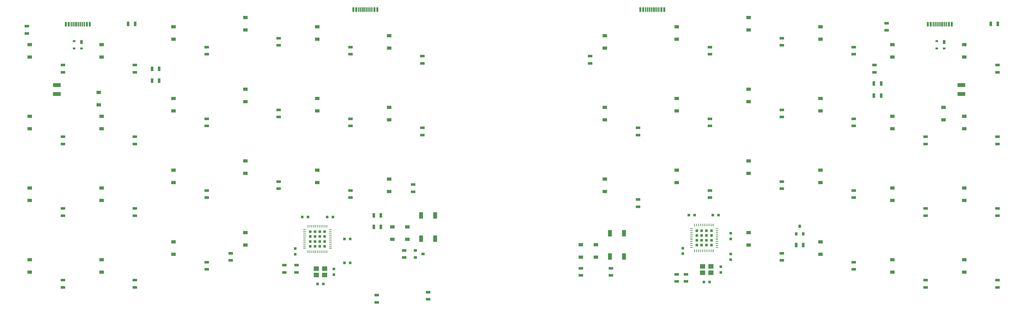
<source format=gbp>
G04 #@! TF.GenerationSoftware,KiCad,Pcbnew,(5.0.0)*
G04 #@! TF.CreationDate,2019-01-31T01:42:25-08:00*
G04 #@! TF.ProjectId,Orbit,4F726269742E6B696361645F70636200,rev?*
G04 #@! TF.SameCoordinates,Original*
G04 #@! TF.FileFunction,Paste,Bot*
G04 #@! TF.FilePolarity,Positive*
%FSLAX46Y46*%
G04 Gerber Fmt 4.6, Leading zero omitted, Abs format (unit mm)*
G04 Created by KiCad (PCBNEW (5.0.0)) date 01/31/19 01:42:25*
%MOMM*%
%LPD*%
G01*
G04 APERTURE LIST*
%ADD10R,0.700000X1.300000*%
%ADD11R,0.700000X1.000000*%
%ADD12R,0.700000X0.600000*%
%ADD13R,0.800000X0.750000*%
%ADD14R,0.750000X0.800000*%
%ADD15R,1.200000X0.900000*%
%ADD16R,2.030000X1.140000*%
%ADD17R,1.300000X0.700000*%
%ADD18R,1.100000X1.800000*%
%ADD19R,0.700000X0.250000*%
%ADD20R,0.250000X0.700000*%
%ADD21R,0.772500X0.772500*%
%ADD22R,1.400000X1.200000*%
%ADD23R,0.300000X1.150000*%
%ADD24R,0.600000X1.150000*%
%ADD25R,0.900000X0.800000*%
%ADD26R,0.800000X0.900000*%
G04 APERTURE END LIST*
D10*
G04 #@! TO.C,R9*
X121287500Y-101600000D03*
X123187500Y-101600000D03*
G04 #@! TD*
D11*
G04 #@! TO.C,U2*
X43862500Y-52431250D03*
D12*
X41862500Y-52231250D03*
X43862500Y-54131250D03*
X41862500Y-54131250D03*
G04 #@! TD*
D13*
G04 #@! TO.C,C1*
X107906250Y-116681250D03*
X106406250Y-116681250D03*
G04 #@! TD*
D14*
G04 #@! TO.C,C2*
X110744000Y-112756250D03*
X110744000Y-114256250D03*
G04 #@! TD*
D13*
G04 #@! TO.C,C3*
X115050000Y-104775000D03*
X113550000Y-104775000D03*
G04 #@! TD*
G04 #@! TO.C,C4*
X115050000Y-111125000D03*
X113550000Y-111125000D03*
G04 #@! TD*
D14*
G04 #@! TO.C,C5*
X100457000Y-108827000D03*
X100457000Y-107327000D03*
G04 #@! TD*
D13*
G04 #@! TO.C,C6*
X103874000Y-98933000D03*
X102374000Y-98933000D03*
G04 #@! TD*
G04 #@! TO.C,C7*
X108978000Y-98933000D03*
X110478000Y-98933000D03*
G04 #@! TD*
G04 #@! TO.C,C8*
X210300000Y-116205000D03*
X208800000Y-116205000D03*
G04 #@! TD*
D14*
G04 #@! TO.C,C9*
X213233000Y-112153000D03*
X213233000Y-113653000D03*
G04 #@! TD*
G04 #@! TO.C,C10*
X215900000Y-103275000D03*
X215900000Y-104775000D03*
G04 #@! TD*
D13*
G04 #@! TO.C,C11*
X206331250Y-98425000D03*
X204831250Y-98425000D03*
G04 #@! TD*
D14*
G04 #@! TO.C,C12*
X203200000Y-108700000D03*
X203200000Y-107200000D03*
G04 #@! TD*
G04 #@! TO.C,C13*
X215900000Y-110287500D03*
X215900000Y-108787500D03*
G04 #@! TD*
D13*
G04 #@! TO.C,C14*
X211181250Y-98425000D03*
X212681250Y-98425000D03*
G04 #@! TD*
D15*
G04 #@! TO.C,D9*
X30162500Y-56418750D03*
X30162500Y-53118750D03*
G04 #@! TD*
G04 #@! TO.C,D10*
X49212500Y-56418750D03*
X49212500Y-53118750D03*
G04 #@! TD*
G04 #@! TO.C,D11*
X68262500Y-51656250D03*
X68262500Y-48356250D03*
G04 #@! TD*
G04 #@! TO.C,D12*
X87312500Y-49275000D03*
X87312500Y-45975000D03*
G04 #@! TD*
G04 #@! TO.C,D13*
X106362500Y-51656250D03*
X106362500Y-48356250D03*
G04 #@! TD*
G04 #@! TO.C,D14*
X125412500Y-54037500D03*
X125412500Y-50737500D03*
G04 #@! TD*
G04 #@! TO.C,D16*
X30162500Y-75468750D03*
X30162500Y-72168750D03*
G04 #@! TD*
G04 #@! TO.C,D17*
X49212500Y-75468750D03*
X49212500Y-72168750D03*
G04 #@! TD*
G04 #@! TO.C,D18*
X68262500Y-70706250D03*
X68262500Y-67406250D03*
G04 #@! TD*
G04 #@! TO.C,D19*
X87312500Y-68325000D03*
X87312500Y-65025000D03*
G04 #@! TD*
G04 #@! TO.C,D20*
X106362500Y-70706250D03*
X106362500Y-67406250D03*
G04 #@! TD*
G04 #@! TO.C,D21*
X125412500Y-73087500D03*
X125412500Y-69787500D03*
G04 #@! TD*
G04 #@! TO.C,D23*
X30162500Y-94518750D03*
X30162500Y-91218750D03*
G04 #@! TD*
G04 #@! TO.C,D24*
X49212500Y-94518750D03*
X49212500Y-91218750D03*
G04 #@! TD*
G04 #@! TO.C,D25*
X68262500Y-89756250D03*
X68262500Y-86456250D03*
G04 #@! TD*
G04 #@! TO.C,D26*
X87312500Y-87375000D03*
X87312500Y-84075000D03*
G04 #@! TD*
G04 #@! TO.C,D27*
X106362500Y-89756250D03*
X106362500Y-86456250D03*
G04 #@! TD*
G04 #@! TO.C,D28*
X125412500Y-92137500D03*
X125412500Y-88837500D03*
G04 #@! TD*
G04 #@! TO.C,D29*
X30162500Y-113568750D03*
X30162500Y-110268750D03*
G04 #@! TD*
G04 #@! TO.C,D30*
X49212500Y-113568750D03*
X49212500Y-110268750D03*
G04 #@! TD*
G04 #@! TO.C,D31*
X68262500Y-108806250D03*
X68262500Y-105506250D03*
G04 #@! TD*
G04 #@! TO.C,D32*
X87312500Y-106425000D03*
X87312500Y-103125000D03*
G04 #@! TD*
G04 #@! TO.C,D33*
X126206250Y-104837500D03*
X126206250Y-101537500D03*
G04 #@! TD*
G04 #@! TO.C,D34*
X130175000Y-104837500D03*
X130175000Y-101537500D03*
G04 #@! TD*
G04 #@! TO.C,D43*
X182562500Y-54037500D03*
X182562500Y-50737500D03*
G04 #@! TD*
G04 #@! TO.C,D44*
X201612500Y-51656250D03*
X201612500Y-48356250D03*
G04 #@! TD*
G04 #@! TO.C,D45*
X220662500Y-49275000D03*
X220662500Y-45975000D03*
G04 #@! TD*
G04 #@! TO.C,D46*
X239712500Y-51656250D03*
X239712500Y-48356250D03*
G04 #@! TD*
G04 #@! TO.C,D47*
X258762500Y-56418750D03*
X258762500Y-53118750D03*
G04 #@! TD*
G04 #@! TO.C,D48*
X277812500Y-56418750D03*
X277812500Y-53118750D03*
G04 #@! TD*
G04 #@! TO.C,D50*
X182562500Y-73087500D03*
X182562500Y-69787500D03*
G04 #@! TD*
G04 #@! TO.C,D51*
X201612500Y-70706250D03*
X201612500Y-67406250D03*
G04 #@! TD*
G04 #@! TO.C,D52*
X220662500Y-68325000D03*
X220662500Y-65025000D03*
G04 #@! TD*
G04 #@! TO.C,D53*
X239712500Y-70706250D03*
X239712500Y-67406250D03*
G04 #@! TD*
G04 #@! TO.C,D54*
X258762500Y-75468750D03*
X258762500Y-72168750D03*
G04 #@! TD*
G04 #@! TO.C,D55*
X277812500Y-75468750D03*
X277812500Y-72168750D03*
G04 #@! TD*
G04 #@! TO.C,D57*
X182562500Y-92137500D03*
X182562500Y-88837500D03*
G04 #@! TD*
G04 #@! TO.C,D58*
X201612500Y-89756250D03*
X201612500Y-86456250D03*
G04 #@! TD*
G04 #@! TO.C,D59*
X220662500Y-87375000D03*
X220662500Y-84075000D03*
G04 #@! TD*
G04 #@! TO.C,D60*
X239712500Y-89756250D03*
X239712500Y-86456250D03*
G04 #@! TD*
G04 #@! TO.C,D61*
X258762500Y-94518750D03*
X258762500Y-91218750D03*
G04 #@! TD*
G04 #@! TO.C,D62*
X277812500Y-94518750D03*
X277812500Y-91218750D03*
G04 #@! TD*
G04 #@! TO.C,D64*
X176212500Y-109600000D03*
X176212500Y-106300000D03*
G04 #@! TD*
G04 #@! TO.C,D65*
X180181250Y-109600000D03*
X180181250Y-106300000D03*
G04 #@! TD*
G04 #@! TO.C,D66*
X220662500Y-106425000D03*
X220662500Y-103125000D03*
G04 #@! TD*
G04 #@! TO.C,D67*
X239712500Y-108806250D03*
X239712500Y-105506250D03*
G04 #@! TD*
G04 #@! TO.C,D68*
X258762500Y-113568750D03*
X258762500Y-110268750D03*
G04 #@! TD*
G04 #@! TO.C,D69*
X277812500Y-113568750D03*
X277812500Y-110268750D03*
G04 #@! TD*
G04 #@! TO.C,D75*
X48418750Y-69118750D03*
X48418750Y-65818750D03*
G04 #@! TD*
G04 #@! TO.C,D76*
X272256250Y-73087500D03*
X272256250Y-69787500D03*
G04 #@! TD*
D16*
G04 #@! TO.C,F1*
X37306250Y-66287500D03*
X37306250Y-63887500D03*
G04 #@! TD*
G04 #@! TO.C,F2*
X277018750Y-66287500D03*
X277018750Y-63887500D03*
G04 #@! TD*
D10*
G04 #@! TO.C,R10*
X121287500Y-98552000D03*
X123187500Y-98552000D03*
G04 #@! TD*
D17*
G04 #@! TO.C,R25*
X97631250Y-113662500D03*
X97631250Y-111762500D03*
G04 #@! TD*
D10*
G04 #@! TO.C,R41*
X64450000Y-59531250D03*
X62550000Y-59531250D03*
G04 #@! TD*
G04 #@! TO.C,R42*
X64450000Y-62706250D03*
X62550000Y-62706250D03*
G04 #@! TD*
G04 #@! TO.C,R43*
X56200000Y-47625000D03*
X58100000Y-47625000D03*
G04 #@! TD*
D17*
G04 #@! TO.C,R44*
X29368750Y-48262500D03*
X29368750Y-50162500D03*
G04 #@! TD*
G04 #@! TO.C,R67*
X201612500Y-116043750D03*
X201612500Y-114143750D03*
G04 #@! TD*
D10*
G04 #@! TO.C,R83*
X253843750Y-66675000D03*
X255743750Y-66675000D03*
G04 #@! TD*
G04 #@! TO.C,R84*
X253843750Y-63500000D03*
X255743750Y-63500000D03*
G04 #@! TD*
G04 #@! TO.C,R85*
X284800000Y-47625000D03*
X286700000Y-47625000D03*
G04 #@! TD*
D17*
G04 #@! TO.C,R86*
X257175000Y-49368750D03*
X257175000Y-47468750D03*
G04 #@! TD*
G04 #@! TO.C,R87*
X100806250Y-113662500D03*
X100806250Y-111762500D03*
G04 #@! TD*
G04 #@! TO.C,R88*
X203993750Y-116043750D03*
X203993750Y-114143750D03*
G04 #@! TD*
D18*
G04 #@! TO.C,SW1*
X133881250Y-104700000D03*
X137581250Y-98500000D03*
X137581250Y-104700000D03*
X133881250Y-98500000D03*
G04 #@! TD*
G04 #@! TO.C,SW2*
X183887500Y-109462500D03*
X187587500Y-103262500D03*
X187587500Y-109462500D03*
X183887500Y-103262500D03*
G04 #@! TD*
D19*
G04 #@! TO.C,U1*
X109762500Y-102275000D03*
X109762500Y-102775000D03*
X109762500Y-103275000D03*
X109762500Y-103775000D03*
X109762500Y-104275000D03*
X109762500Y-104775000D03*
X109762500Y-105275000D03*
X109762500Y-105775000D03*
X109762500Y-106275000D03*
X109762500Y-106775000D03*
X109762500Y-107275000D03*
D20*
X108862500Y-108175000D03*
X108362500Y-108175000D03*
X107862500Y-108175000D03*
X107362500Y-108175000D03*
X106862500Y-108175000D03*
X106362500Y-108175000D03*
X105862500Y-108175000D03*
X105362500Y-108175000D03*
X104862500Y-108175000D03*
X104362500Y-108175000D03*
X103862500Y-108175000D03*
D19*
X102962500Y-107275000D03*
X102962500Y-106775000D03*
X102962500Y-106275000D03*
X102962500Y-105775000D03*
X102962500Y-105275000D03*
X102962500Y-104775000D03*
X102962500Y-104275000D03*
X102962500Y-103775000D03*
X102962500Y-103275000D03*
X102962500Y-102775000D03*
X102962500Y-102275000D03*
D20*
X103862500Y-101375000D03*
X104362500Y-101375000D03*
X104862500Y-101375000D03*
X105362500Y-101375000D03*
X105862500Y-101375000D03*
X106362500Y-101375000D03*
X106862500Y-101375000D03*
X107362500Y-101375000D03*
X107862500Y-101375000D03*
X108362500Y-101375000D03*
X108862500Y-101375000D03*
D21*
X104431250Y-106706250D03*
X104431250Y-105418750D03*
X104431250Y-104131250D03*
X104431250Y-102843750D03*
X105718750Y-106706250D03*
X105718750Y-105418750D03*
X105718750Y-104131250D03*
X105718750Y-102843750D03*
X107006250Y-106706250D03*
X107006250Y-105418750D03*
X107006250Y-104131250D03*
X107006250Y-102843750D03*
X108293750Y-106706250D03*
X108293750Y-105418750D03*
X108293750Y-104131250D03*
X108293750Y-102843750D03*
G04 #@! TD*
D19*
G04 #@! TO.C,U3*
X212252598Y-101993993D03*
X212252598Y-102493993D03*
X212252598Y-102993993D03*
X212252598Y-103493993D03*
X212252598Y-103993993D03*
X212252598Y-104493993D03*
X212252598Y-104993993D03*
X212252598Y-105493993D03*
X212252598Y-105993993D03*
X212252598Y-106493993D03*
X212252598Y-106993993D03*
D20*
X211352598Y-107893993D03*
X210852598Y-107893993D03*
X210352598Y-107893993D03*
X209852598Y-107893993D03*
X209352598Y-107893993D03*
X208852598Y-107893993D03*
X208352598Y-107893993D03*
X207852598Y-107893993D03*
X207352598Y-107893993D03*
X206852598Y-107893993D03*
X206352598Y-107893993D03*
D19*
X205452598Y-106993993D03*
X205452598Y-106493993D03*
X205452598Y-105993993D03*
X205452598Y-105493993D03*
X205452598Y-104993993D03*
X205452598Y-104493993D03*
X205452598Y-103993993D03*
X205452598Y-103493993D03*
X205452598Y-102993993D03*
X205452598Y-102493993D03*
X205452598Y-101993993D03*
D20*
X206352598Y-101093993D03*
X206852598Y-101093993D03*
X207352598Y-101093993D03*
X207852598Y-101093993D03*
X208352598Y-101093993D03*
X208852598Y-101093993D03*
X209352598Y-101093993D03*
X209852598Y-101093993D03*
X210352598Y-101093993D03*
X210852598Y-101093993D03*
X211352598Y-101093993D03*
D21*
X206921348Y-106425243D03*
X206921348Y-105137743D03*
X206921348Y-103850243D03*
X206921348Y-102562743D03*
X208208848Y-106425243D03*
X208208848Y-105137743D03*
X208208848Y-103850243D03*
X208208848Y-102562743D03*
X209496348Y-106425243D03*
X209496348Y-105137743D03*
X209496348Y-103850243D03*
X209496348Y-102562743D03*
X210783848Y-106425243D03*
X210783848Y-105137743D03*
X210783848Y-103850243D03*
X210783848Y-102562743D03*
G04 #@! TD*
D11*
G04 #@! TO.C,U4*
X272462500Y-52431250D03*
D12*
X270462500Y-52231250D03*
X272462500Y-54131250D03*
X270462500Y-54131250D03*
G04 #@! TD*
D22*
G04 #@! TO.C,Y1*
X106056250Y-112656250D03*
X108256250Y-112656250D03*
X108256250Y-114356250D03*
X106056250Y-114356250D03*
G04 #@! TD*
G04 #@! TO.C,Y2*
X208450000Y-112053000D03*
X210650000Y-112053000D03*
X210650000Y-113753000D03*
X208450000Y-113753000D03*
G04 #@! TD*
D23*
G04 #@! TO.C,USB1*
X42612500Y-47722500D03*
X43112500Y-47722500D03*
X43612500Y-47722500D03*
X42112500Y-47722500D03*
X44112500Y-47722500D03*
X41612500Y-47722500D03*
X44612500Y-47722500D03*
X41112500Y-47722500D03*
D24*
X40462500Y-47722500D03*
X45262500Y-47722500D03*
X39662500Y-47722500D03*
X46062500Y-47722500D03*
G04 #@! TD*
D23*
G04 #@! TO.C,USB2*
X271062500Y-47722500D03*
X271562500Y-47722500D03*
X272062500Y-47722500D03*
X270562500Y-47722500D03*
X272562500Y-47722500D03*
X270062500Y-47722500D03*
X273062500Y-47722500D03*
X269562500Y-47722500D03*
D24*
X268912500Y-47722500D03*
X273712500Y-47722500D03*
X268112500Y-47722500D03*
X274512500Y-47722500D03*
G04 #@! TD*
D23*
G04 #@! TO.C,USB3*
X118812500Y-43849000D03*
X119312500Y-43849000D03*
X119812500Y-43849000D03*
X118312500Y-43849000D03*
X120312500Y-43849000D03*
X117812500Y-43849000D03*
X120812500Y-43849000D03*
X117312500Y-43849000D03*
D24*
X116662500Y-43849000D03*
X121462500Y-43849000D03*
X115862500Y-43849000D03*
X122262500Y-43849000D03*
G04 #@! TD*
D23*
G04 #@! TO.C,USB4*
X194862500Y-43817250D03*
X195362500Y-43817250D03*
X195862500Y-43817250D03*
X194362500Y-43817250D03*
X196362500Y-43817250D03*
X193862500Y-43817250D03*
X196862500Y-43817250D03*
X193362500Y-43817250D03*
D24*
X192712500Y-43817250D03*
X197512500Y-43817250D03*
X191912500Y-43817250D03*
X198312500Y-43817250D03*
G04 #@! TD*
D25*
G04 #@! TO.C,Q1*
X132350000Y-109693750D03*
X132350000Y-107793750D03*
X134350000Y-108743750D03*
G04 #@! TD*
D26*
G04 #@! TO.C,Q2*
X235106250Y-103393750D03*
X233206250Y-103393750D03*
X234156250Y-101393750D03*
G04 #@! TD*
D17*
G04 #@! TO.C,R1*
X129381250Y-109693750D03*
X129381250Y-107793750D03*
G04 #@! TD*
G04 #@! TO.C,R2*
X38893750Y-58581250D03*
X38893750Y-60481250D03*
G04 #@! TD*
G04 #@! TO.C,R3*
X57943750Y-58581250D03*
X57943750Y-60481250D03*
G04 #@! TD*
G04 #@! TO.C,R4*
X76993750Y-53818750D03*
X76993750Y-55718750D03*
G04 #@! TD*
G04 #@! TO.C,R5*
X96043750Y-51437500D03*
X96043750Y-53337500D03*
G04 #@! TD*
G04 #@! TO.C,R6*
X115093750Y-53818750D03*
X115093750Y-55718750D03*
G04 #@! TD*
G04 #@! TO.C,R7*
X134143750Y-56200000D03*
X134143750Y-58100000D03*
G04 #@! TD*
G04 #@! TO.C,R8*
X38893750Y-77631250D03*
X38893750Y-79531250D03*
G04 #@! TD*
G04 #@! TO.C,R11*
X57943750Y-77631250D03*
X57943750Y-79531250D03*
G04 #@! TD*
G04 #@! TO.C,R12*
X76993750Y-72868750D03*
X76993750Y-74768750D03*
G04 #@! TD*
G04 #@! TO.C,R13*
X96043750Y-70487500D03*
X96043750Y-72387500D03*
G04 #@! TD*
G04 #@! TO.C,R14*
X115093750Y-72868750D03*
X115093750Y-74768750D03*
G04 #@! TD*
G04 #@! TO.C,R15*
X134143750Y-75250000D03*
X134143750Y-77150000D03*
G04 #@! TD*
G04 #@! TO.C,R16*
X38893750Y-96681250D03*
X38893750Y-98581250D03*
G04 #@! TD*
G04 #@! TO.C,R17*
X57943750Y-96681250D03*
X57943750Y-98581250D03*
G04 #@! TD*
G04 #@! TO.C,R18*
X76993750Y-91918750D03*
X76993750Y-93818750D03*
G04 #@! TD*
G04 #@! TO.C,R19*
X96043750Y-89537500D03*
X96043750Y-91437500D03*
G04 #@! TD*
G04 #@! TO.C,R20*
X115093750Y-91918750D03*
X115093750Y-93818750D03*
G04 #@! TD*
G04 #@! TO.C,R21*
X131762500Y-90331250D03*
X131762500Y-92231250D03*
G04 #@! TD*
G04 #@! TO.C,R22*
X38893750Y-115731250D03*
X38893750Y-117631250D03*
G04 #@! TD*
G04 #@! TO.C,R23*
X57943750Y-115731250D03*
X57943750Y-117631250D03*
G04 #@! TD*
G04 #@! TO.C,R24*
X76993750Y-110968750D03*
X76993750Y-112868750D03*
G04 #@! TD*
G04 #@! TO.C,R26*
X83343750Y-108587500D03*
X83343750Y-110487500D03*
G04 #@! TD*
G04 #@! TO.C,R27*
X122047000Y-119700000D03*
X122047000Y-121600000D03*
G04 #@! TD*
G04 #@! TO.C,R28*
X135731250Y-118906250D03*
X135731250Y-120806250D03*
G04 #@! TD*
D10*
G04 #@! TO.C,R29*
X235106250Y-106362500D03*
X233206250Y-106362500D03*
G04 #@! TD*
D17*
G04 #@! TO.C,R30*
X178593750Y-56200000D03*
X178593750Y-58100000D03*
G04 #@! TD*
G04 #@! TO.C,R31*
X210343750Y-53818750D03*
X210343750Y-55718750D03*
G04 #@! TD*
G04 #@! TO.C,R32*
X229393750Y-51437500D03*
X229393750Y-53337500D03*
G04 #@! TD*
G04 #@! TO.C,R33*
X248443750Y-53818750D03*
X248443750Y-55718750D03*
G04 #@! TD*
G04 #@! TO.C,R34*
X254000000Y-58581250D03*
X254000000Y-60481250D03*
G04 #@! TD*
G04 #@! TO.C,R35*
X286543750Y-58581250D03*
X286543750Y-60481250D03*
G04 #@! TD*
G04 #@! TO.C,R36*
X191293750Y-75250000D03*
X191293750Y-77150000D03*
G04 #@! TD*
G04 #@! TO.C,R37*
X210343750Y-72868750D03*
X210343750Y-74768750D03*
G04 #@! TD*
G04 #@! TO.C,R38*
X229393750Y-70487500D03*
X229393750Y-72387500D03*
G04 #@! TD*
G04 #@! TO.C,R39*
X248443750Y-72868750D03*
X248443750Y-74768750D03*
G04 #@! TD*
G04 #@! TO.C,R40*
X267493750Y-77631250D03*
X267493750Y-79531250D03*
G04 #@! TD*
G04 #@! TO.C,R45*
X286543750Y-77631250D03*
X286543750Y-79531250D03*
G04 #@! TD*
G04 #@! TO.C,R46*
X191293750Y-94300000D03*
X191293750Y-96200000D03*
G04 #@! TD*
G04 #@! TO.C,R47*
X210343750Y-91918750D03*
X210343750Y-93818750D03*
G04 #@! TD*
G04 #@! TO.C,R48*
X229393750Y-89537500D03*
X229393750Y-91437500D03*
G04 #@! TD*
G04 #@! TO.C,R49*
X248443750Y-91918750D03*
X248443750Y-93818750D03*
G04 #@! TD*
G04 #@! TO.C,R50*
X267493750Y-96681250D03*
X267493750Y-98581250D03*
G04 #@! TD*
G04 #@! TO.C,R51*
X286543750Y-96681250D03*
X286543750Y-98581250D03*
G04 #@! TD*
G04 #@! TO.C,R52*
X176212500Y-112556250D03*
X176212500Y-114456250D03*
G04 #@! TD*
G04 #@! TO.C,R53*
X184150000Y-112556250D03*
X184150000Y-114456250D03*
G04 #@! TD*
G04 #@! TO.C,R54*
X229393750Y-108587500D03*
X229393750Y-110487500D03*
G04 #@! TD*
G04 #@! TO.C,R55*
X248443750Y-110968750D03*
X248443750Y-112868750D03*
G04 #@! TD*
G04 #@! TO.C,R56*
X267493750Y-115731250D03*
X267493750Y-117631250D03*
G04 #@! TD*
G04 #@! TO.C,R57*
X286543750Y-115731250D03*
X286543750Y-117631250D03*
G04 #@! TD*
M02*

</source>
